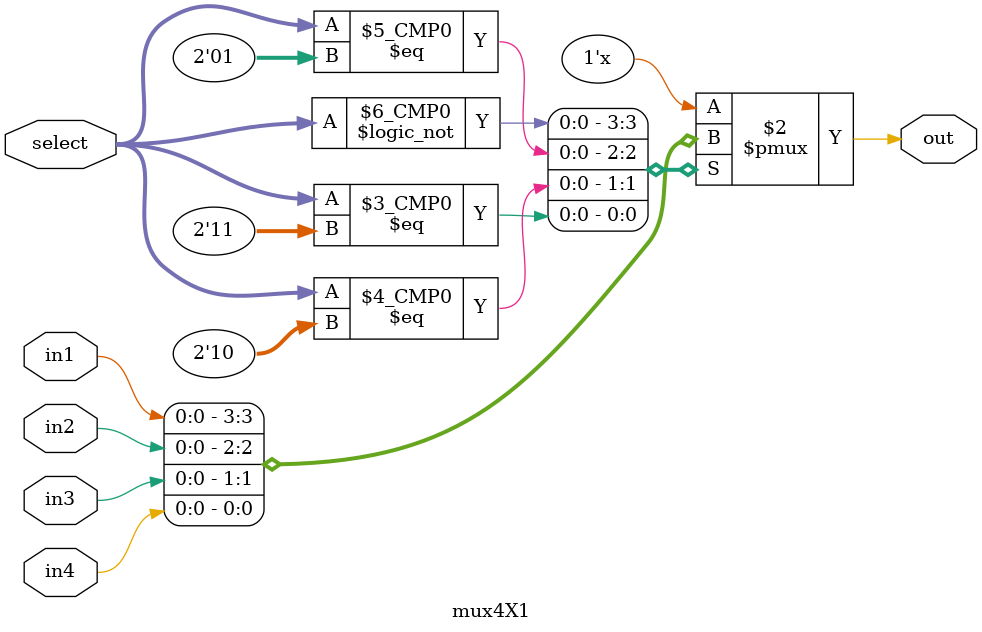
<source format=v>

module mux4X1( out,select,in1,in2,in3,in4);
output out;
input[1:0] select;
input in1,in2,in3,in4;


reg out;
always@ (in1,in2,in3,in4,select)
begin
   case( select )
       0 : out = in1;
       1 : out = in2;
       2 : out = in3;
       3 : out = in4;
   endcase
end
endmodule

</source>
